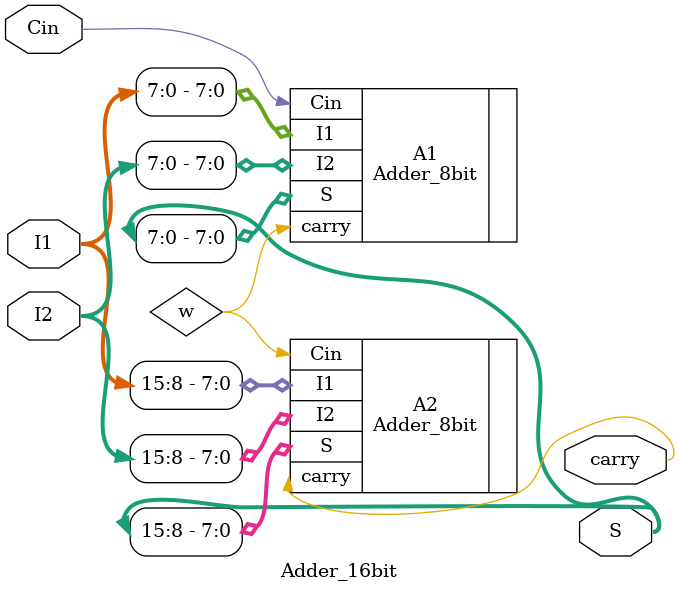
<source format=v>
`timescale 1ns / 1ps
module Adder_16bit(
	input Cin,
	input [15:0] I1, I2,
	output [15:0] S,
	output carry
    );
	wire w;
	Adder_8bit
		A1 (.I1(I1[7:0]),.I2(I2[7:0]),.S(S[7:0]),.carry(w),.Cin(Cin)),
		A2 (.I1(I1[15:8]),.I2(I2[15:8]),.S(S[15:8]),.carry(carry),.Cin(w));

endmodule

</source>
